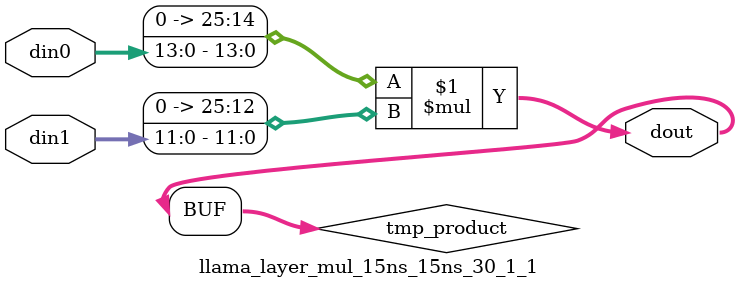
<source format=v>

`timescale 1 ns / 1 ps

 module llama_layer_mul_15ns_15ns_30_1_1(din0, din1, dout);
parameter ID = 1;
parameter NUM_STAGE = 0;
parameter din0_WIDTH = 14;
parameter din1_WIDTH = 12;
parameter dout_WIDTH = 26;

input [din0_WIDTH - 1 : 0] din0; 
input [din1_WIDTH - 1 : 0] din1; 
output [dout_WIDTH - 1 : 0] dout;

wire signed [dout_WIDTH - 1 : 0] tmp_product;
























assign tmp_product = $signed({1'b0, din0}) * $signed({1'b0, din1});











assign dout = tmp_product;





















endmodule

</source>
